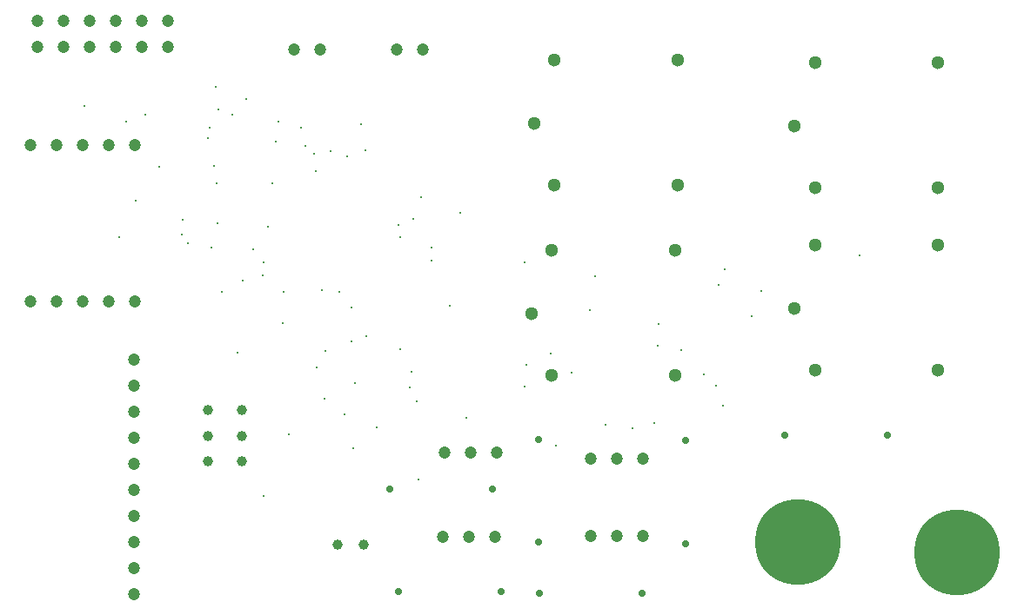
<source format=gbr>
%TF.GenerationSoftware,Altium Limited,Altium Designer,20.1.12 (249)*%
G04 Layer_Color=0*
%FSLAX26Y26*%
%MOIN*%
%TF.SameCoordinates,7F4B2EE0-29BC-4F04-AEBD-3A4CCF5859FD*%
%TF.FilePolarity,Positive*%
%TF.FileFunction,Plated,1,2,PTH,Drill*%
%TF.Part,Single*%
G01*
G75*
%TA.AperFunction,ComponentDrill*%
%ADD69C,0.047244*%
%ADD70C,0.051181*%
%ADD71C,0.047244*%
%ADD72C,0.039370*%
%ADD73C,0.327953*%
%ADD74C,0.039370*%
%ADD75C,0.027559*%
%ADD76C,0.027559*%
%TA.AperFunction,ViaDrill,NotFilled*%
%ADD77C,0.011811*%
D69*
X5230000Y2880000D02*
D03*
X5330000D02*
D03*
X5430000D02*
D03*
X4865000Y2875000D02*
D03*
X4765000D02*
D03*
X4665000D02*
D03*
X5230000Y3175000D02*
D03*
X5330000D02*
D03*
X5430000D02*
D03*
X4870000Y3200000D02*
D03*
X4770000D02*
D03*
X4670000D02*
D03*
X3085000Y3780000D02*
D03*
X3185000D02*
D03*
X3285000D02*
D03*
X3385000D02*
D03*
X3485000D02*
D03*
X3085000Y4380000D02*
D03*
X3185000D02*
D03*
X3285000D02*
D03*
X3385000D02*
D03*
X3485000D02*
D03*
X3610000Y4755000D02*
D03*
X3510000Y4855000D02*
D03*
X3110000Y4755000D02*
D03*
X3210000D02*
D03*
X3310000D02*
D03*
X3410000D02*
D03*
X3510000D02*
D03*
X3110000Y4855000D02*
D03*
X3210000D02*
D03*
X3310000D02*
D03*
X3410000D02*
D03*
X3610000D02*
D03*
D70*
X5555000Y3495000D02*
D03*
X5082559Y3975315D02*
D03*
X5555000D02*
D03*
X5003819Y3731220D02*
D03*
X5082559Y3495000D02*
D03*
X6562441Y4214685D02*
D03*
X6090000Y4695000D02*
D03*
X6562441D02*
D03*
X6011260Y4450905D02*
D03*
X6090000Y4214685D02*
D03*
X6562441Y3514685D02*
D03*
X6090000Y3995000D02*
D03*
X6562441D02*
D03*
X6011260Y3750905D02*
D03*
X6090000Y3514685D02*
D03*
X5565000Y4224685D02*
D03*
X5092559Y4705000D02*
D03*
X5565000D02*
D03*
X5013819Y4460905D02*
D03*
X5092559Y4224685D02*
D03*
D71*
X3480000Y3555000D02*
D03*
Y3455000D02*
D03*
Y3355000D02*
D03*
Y3255000D02*
D03*
Y3155000D02*
D03*
Y3055000D02*
D03*
Y2955000D02*
D03*
Y2855000D02*
D03*
Y2755000D02*
D03*
Y2655000D02*
D03*
X4194488Y4744095D02*
D03*
X4094488D02*
D03*
X4588189D02*
D03*
X4488189D02*
D03*
D72*
X3765079Y3263425D02*
D03*
Y3165000D02*
D03*
Y3361850D02*
D03*
X3895000Y3165000D02*
D03*
Y3361850D02*
D03*
Y3263425D02*
D03*
D73*
X6633858Y2814961D02*
D03*
X6023622Y2854331D02*
D03*
D74*
X4360000Y2845000D02*
D03*
X4261575D02*
D03*
D75*
X5595000Y2850000D02*
D03*
Y3243701D02*
D03*
X5030000Y2856299D02*
D03*
Y3250000D02*
D03*
D76*
X4855000Y3060000D02*
D03*
X4461299D02*
D03*
X4888701Y2665000D02*
D03*
X4495000D02*
D03*
X5428701Y2660000D02*
D03*
X5035000D02*
D03*
X6368701Y3265000D02*
D03*
X5975000D02*
D03*
D77*
X3777559Y3984252D02*
D03*
X3937008Y3978347D02*
D03*
X3975394Y3877953D02*
D03*
X3993110Y4064034D02*
D03*
X4023622Y4392717D02*
D03*
X4035433Y4468504D02*
D03*
X4121063Y4444882D02*
D03*
X4178150Y4277559D02*
D03*
X4298228Y4336614D02*
D03*
X4368110Y4357283D02*
D03*
X4350394Y4459646D02*
D03*
X4235236Y4356299D02*
D03*
X4171463Y4343716D02*
D03*
X4137795Y4375984D02*
D03*
X3977362Y3928150D02*
D03*
X3897638Y3859252D02*
D03*
X3816929Y3813976D02*
D03*
X3451772Y4468504D02*
D03*
X3765748Y4405512D02*
D03*
X3772638Y4444882D02*
D03*
X3805118Y4516732D02*
D03*
X3859223Y4496034D02*
D03*
X4010827Y4230315D02*
D03*
X3801181Y4077913D02*
D03*
X3799213Y4232283D02*
D03*
X4054134Y3814961D02*
D03*
X3795916Y4602706D02*
D03*
X4552165Y4096457D02*
D03*
X4495108Y4072806D02*
D03*
X4501968Y4025591D02*
D03*
X4314961Y3753937D02*
D03*
X3689497Y4001447D02*
D03*
X4732283Y4117126D02*
D03*
X4580709Y4177165D02*
D03*
X3910433Y4555118D02*
D03*
X3525591Y4494095D02*
D03*
X3786417Y4297244D02*
D03*
X3578740Y4295276D02*
D03*
X3292323Y4527559D02*
D03*
X4328740Y3466535D02*
D03*
X4500000Y3595472D02*
D03*
X4563976Y3396653D02*
D03*
X4537402Y3446850D02*
D03*
X4986221Y3535433D02*
D03*
X4977362Y3451772D02*
D03*
X3666339Y4091535D02*
D03*
X3487205Y4165354D02*
D03*
X3425197Y4026575D02*
D03*
X4050197Y3694882D02*
D03*
X4202756Y3822835D02*
D03*
X4620079Y3984252D02*
D03*
X4622047Y3935039D02*
D03*
X4314034Y3624016D02*
D03*
X4370079Y3646653D02*
D03*
X4287402Y3346457D02*
D03*
X4321850Y3216535D02*
D03*
X4546260Y3506890D02*
D03*
X4181102Y3523622D02*
D03*
X4754921Y3331693D02*
D03*
X4691929Y3760827D02*
D03*
X5226378Y3744095D02*
D03*
X5077756Y3579724D02*
D03*
X5156496Y3505905D02*
D03*
X4267717Y3815945D02*
D03*
X4214567Y3587598D02*
D03*
X3663386Y4034449D02*
D03*
X5096457Y3224409D02*
D03*
X5489173Y3607284D02*
D03*
X5576772Y3591535D02*
D03*
X5664370Y3499016D02*
D03*
X5712598Y3456693D02*
D03*
X5738189Y3377953D02*
D03*
X5474409Y3311024D02*
D03*
X5490158Y3691929D02*
D03*
X5248032Y3874016D02*
D03*
X5744095Y3900591D02*
D03*
X5391732Y3293307D02*
D03*
X5721457Y3841535D02*
D03*
X5289370Y3306102D02*
D03*
X4412402Y3296260D02*
D03*
X4977362Y3928150D02*
D03*
X4571850Y3094488D02*
D03*
X5846457Y3720472D02*
D03*
X5885827Y3818898D02*
D03*
X4212598Y3405512D02*
D03*
X3976378Y3031496D02*
D03*
X4074803Y3267716D02*
D03*
X6259842Y3956693D02*
D03*
X3877953Y3582677D02*
D03*
%TF.MD5,21fc6e7a227978d17275ffbd468bdc3b*%
M02*

</source>
